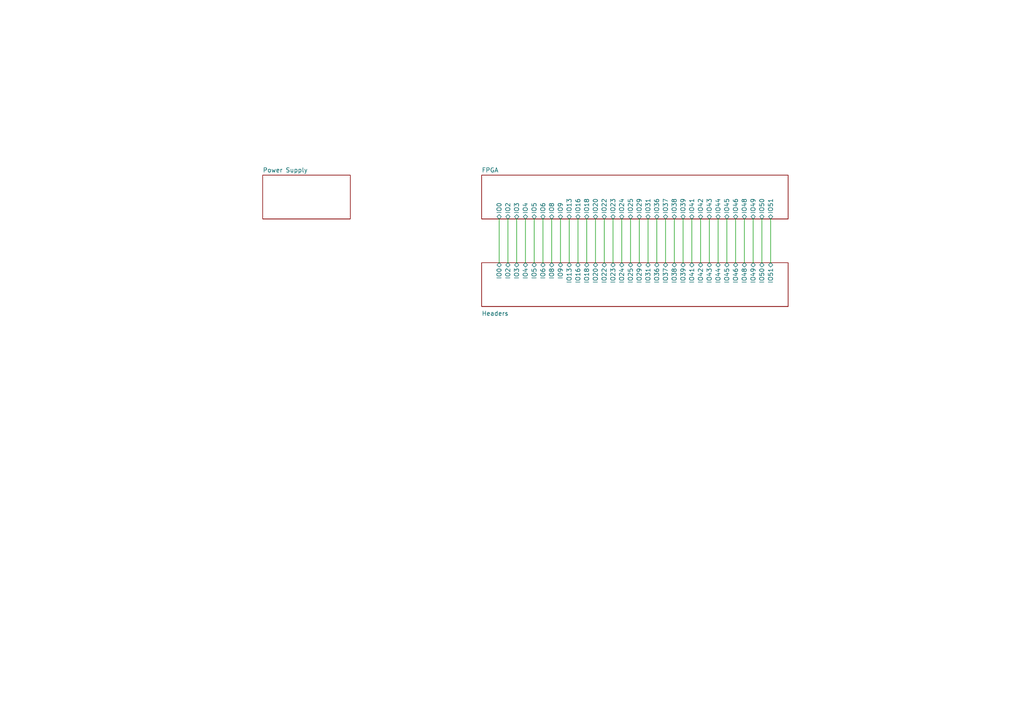
<source format=kicad_sch>
(kicad_sch (version 20230121) (generator eeschema)
  (paper "A4")
  (title_block (title "iCE40 DevBoard") (date "July 2024") (rev "v1"))
  (lib_symbols)
  (wire (pts (xy 147.32 63.5) (xy 147.32 76.2)))
  (wire (pts (xy 193.04 63.5) (xy 193.04 76.2)))
  (wire (pts (xy 180.34 63.5) (xy 180.34 76.2)))
  (wire (pts (xy 190.5 63.5) (xy 190.5 76.2)))
  (wire (pts (xy 185.42 63.5) (xy 185.42 76.2)))
  (wire (pts (xy 213.36 63.5) (xy 213.36 76.2)))
  (wire (pts (xy 223.52 63.5) (xy 223.52 76.2)))
  (wire (pts (xy 220.98 63.5) (xy 220.98 76.2)))
  (wire (pts (xy 195.58 63.5) (xy 195.58 76.2)))
  (wire (pts (xy 165.1 63.5) (xy 165.1 76.2)))
  (wire (pts (xy 160.02 63.5) (xy 160.02 76.2)))
  (wire (pts (xy 210.82 63.5) (xy 210.82 76.2)))
  (wire (pts (xy 203.2 63.5) (xy 203.2 76.2)))
  (wire (pts (xy 205.74 63.5) (xy 205.74 76.2)))
  (wire (pts (xy 157.48 63.5) (xy 157.48 76.2)))
  (wire (pts (xy 162.56 63.5) (xy 162.56 76.2)))
  (wire (pts (xy 187.96 63.5) (xy 187.96 76.2)))
  (wire (pts (xy 215.9 63.5) (xy 215.9 76.2)))
  (wire (pts (xy 172.72 63.5) (xy 172.72 76.2)))
  (wire (pts (xy 198.12 63.5) (xy 198.12 76.2)))
  (wire (pts (xy 177.8 63.5) (xy 177.8 76.2)))
  (wire (pts (xy 167.64 63.5) (xy 167.64 76.2)))
  (wire (pts (xy 175.26 63.5) (xy 175.26 76.2)))
  (wire (pts (xy 144.78 63.5) (xy 144.78 76.2)))
  (wire (pts (xy 154.94 63.5) (xy 154.94 76.2)))
  (wire (pts (xy 149.86 63.5) (xy 149.86 76.2)))
  (wire (pts (xy 208.28 63.5) (xy 208.28 76.2)))
  (wire (pts (xy 170.18 63.5) (xy 170.18 76.2)))
  (wire (pts (xy 218.44 63.5) (xy 218.44 76.2)))
  (wire (pts (xy 200.66 63.5) (xy 200.66 76.2)))
  (wire (pts (xy 182.88 63.5) (xy 182.88 76.2)))
  (wire (pts (xy 152.4 63.5) (xy 152.4 76.2)))
  (sheet (at 139.7 76.2) (size 88.9 12.7) (stroke (width 0.1524))
    (property "Sheetname" "Headers" (at 139.7 90.17 0) (effects (justify left top)))
    (property "Sheetfile" "Headers.kicad_sch" (effects hide))
    (pin "IO0" bidirectional (at 144.78 76.2 90))
    (pin "IO2" bidirectional (at 147.32 76.2 90))
    (pin "IO3" bidirectional (at 149.86 76.2 90))
    (pin "IO4" bidirectional (at 152.4 76.2 90))
    (pin "IO5" bidirectional (at 154.94 76.2 90))
    (pin "IO6" bidirectional (at 157.48 76.2 90))
    (pin "IO8" bidirectional (at 160.02 76.2 90))
    (pin "IO9" bidirectional (at 162.56 76.2 90))
    (pin "IO13" bidirectional (at 165.1 76.2 90))
    (pin "IO16" bidirectional (at 167.64 76.2 90))
    (pin "IO18" bidirectional (at 170.18 76.2 90))
    (pin "IO20" bidirectional (at 172.72 76.2 90))
    (pin "IO22" bidirectional (at 175.26 76.2 90))
    (pin "IO23" bidirectional (at 177.8 76.2 90))
    (pin "IO24" bidirectional (at 180.34 76.2 90))
    (pin "IO25" bidirectional (at 182.88 76.2 90))
    (pin "IO29" bidirectional (at 185.42 76.2 90))
    (pin "IO31" bidirectional (at 187.96 76.2 90))
    (pin "IO36" bidirectional (at 190.5 76.2 90))
    (pin "IO37" bidirectional (at 193.04 76.2 90))
    (pin "IO38" bidirectional (at 195.58 76.2 90))
    (pin "IO39" bidirectional (at 198.12 76.2 90))
    (pin "IO41" bidirectional (at 200.66 76.2 90))
    (pin "IO42" bidirectional (at 203.2 76.2 90))
    (pin "IO43" bidirectional (at 205.74 76.2 90))
    (pin "IO44" bidirectional (at 208.28 76.2 90))
    (pin "IO45" bidirectional (at 210.82 76.2 90))
    (pin "IO46" bidirectional (at 213.36 76.2 90))
    (pin "IO48" bidirectional (at 215.9 76.2 90))
    (pin "IO49" bidirectional (at 218.44 76.2 90))
    (pin "IO50" bidirectional (at 220.98 76.2 90))
    (pin "IO51" bidirectional (at 223.52 76.2 90))
  )
  (sheet (at 76.2 50.8) (size 25.4 12.7) (stroke (width 0.1524))
    (property "Sheetname" "Power Supply" (at 76.2 50.0884 0) (effects (justify left bottom)))
    (property "Sheetfile" "PowerSupply.kicad_sch" (effects hide))
  )
  (sheet (at 139.7 50.8) (size 88.9 12.7) (stroke (width 0.1524))
    (property "Sheetname" "FPGA" (at 139.7 50.0884 0) (effects (justify left bottom)))
    (property "Sheetfile" "FPGA.kicad_sch" (effects hide))
    (pin "IO2" bidirectional (at 147.32 63.5 270))
    (pin "IO0" bidirectional (at 144.78 63.5 270))
    (pin "IO3" bidirectional (at 149.86 63.5 270))
    (pin "IO45" bidirectional (at 210.82 63.5 270))
    (pin "IO25" bidirectional (at 182.88 63.5 270))
    (pin "IO39" bidirectional (at 198.12 63.5 270))
    (pin "IO41" bidirectional (at 200.66 63.5 270))
    (pin "IO37" bidirectional (at 193.04 63.5 270))
    (pin "IO44" bidirectional (at 208.28 63.5 270))
    (pin "IO50" bidirectional (at 220.98 63.5 270))
    (pin "IO48" bidirectional (at 215.9 63.5 270))
    (pin "IO43" bidirectional (at 205.74 63.5 270))
    (pin "IO49" bidirectional (at 218.44 63.5 270))
    (pin "IO51" bidirectional (at 223.52 63.5 270))
    (pin "IO38" bidirectional (at 195.58 63.5 270))
    (pin "IO46" bidirectional (at 213.36 63.5 270))
    (pin "IO42" bidirectional (at 203.2 63.5 270))
    (pin "IO36" bidirectional (at 190.5 63.5 270))
    (pin "IO23" bidirectional (at 177.8 63.5 270))
    (pin "IO31" bidirectional (at 187.96 63.5 270))
    (pin "IO29" bidirectional (at 185.42 63.5 270))
    (pin "IO8" bidirectional (at 160.02 63.5 270))
    (pin "IO22" bidirectional (at 175.26 63.5 270))
    (pin "IO24" bidirectional (at 180.34 63.5 270))
    (pin "IO5" bidirectional (at 154.94 63.5 270))
    (pin "IO18" bidirectional (at 170.18 63.5 270))
    (pin "IO16" bidirectional (at 167.64 63.5 270))
    (pin "IO20" bidirectional (at 172.72 63.5 270))
    (pin "IO6" bidirectional (at 157.48 63.5 270))
    (pin "IO4" bidirectional (at 152.4 63.5 270))
    (pin "IO13" bidirectional (at 165.1 63.5 270))
    (pin "IO9" bidirectional (at 162.56 63.5 270))
  )
)
</source>
